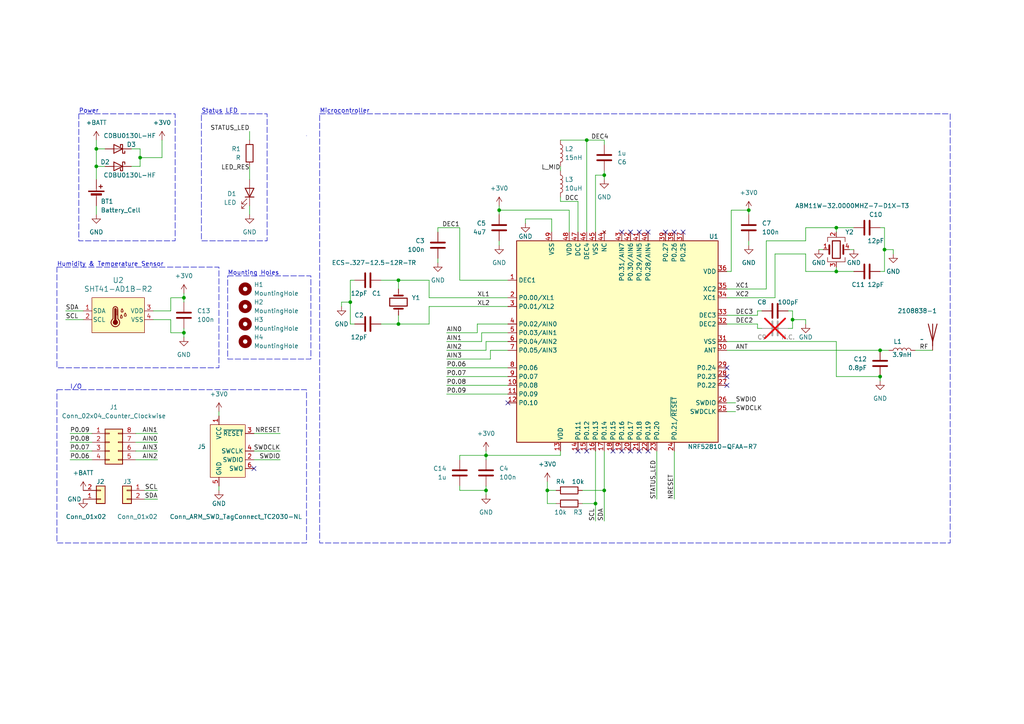
<source format=kicad_sch>
(kicad_sch (version 20230121) (generator eeschema)
  (paper "A4")
  (lib_symbols
    (symbol "Connector:Conn_ARM_SWD_TagConnect_TC2030-NL" (in_bom no)
      (property "Reference" "J" (at 2.54 11.43 0))
      (property "Value" "Conn_ARM_SWD_TagConnect_TC2030-NL" (at 2.54 8.89 0))
      (symbol "Conn_ARM_SWD_TagConnect_TC2030-NL_0_0"
        (pin power_in line (at -2.54 10.16 270) (length 2.54) (name "VCC") (number "1"))
        (pin bidirectional line (at 7.62 -2.54 180) (length 2.54) (name "SWDIO") (number "2"))
        (pin open_collector line (at 7.62 5.08 180) (length 2.54) (name "~{RESET}") (number "3"))
        (pin output line (at 7.62 0 180) (length 2.54) (name "SWCLK") (number "4"))
        (pin power_in line (at -2.54 -10.16 90) (length 2.54) (name "GND") (number "5"))
        (pin input line (at 7.62 -5.08 180) (length 2.54) (name "SWO") (number "6"))
      )
      (symbol "Conn_ARM_SWD_TagConnect_TC2030-NL_0_1"
        (rectangle (start -5.08 7.62) (end 5.08 -7.62) (fill (type background)))
      )
    )
    (symbol "Connector_Generic:Conn_01x02" (pin_names (offset 1.016) hide)
      (property "Reference" "J" (at 0 2.54 0))
      (property "Value" "Conn_01x02" (at 0 -5.08 0))
      (symbol "Conn_01x02_1_1"
        (rectangle (start -1.27 -2.413) (end 0 -2.667) (stroke (width 0.1524)))
        (rectangle (start -1.27 0.127) (end 0 -0.127) (stroke (width 0.1524)))
        (rectangle (start -1.27 1.27) (end 1.27 -3.81) (stroke (width 0.254)) (fill (type background)))
        (pin passive line (at -5.08 0 0) (length 3.81) (name "Pin_1") (number "1"))
        (pin passive line (at -5.08 -2.54 0) (length 3.81) (name "Pin_2") (number "2"))
      )
    )
    (symbol "Connector_Generic:Conn_02x04_Counter_Clockwise" (pin_names (offset 1.016) hide)
      (property "Reference" "J" (at 1.27 5.08 0))
      (property "Value" "Conn_02x04_Counter_Clockwise" (at 1.27 -7.62 0))
      (symbol "Conn_02x04_Counter_Clockwise_1_1"
        (rectangle (start -1.27 -4.953) (end 0 -5.207) (stroke (width 0.1524)))
        (rectangle (start -1.27 -2.413) (end 0 -2.667) (stroke (width 0.1524)))
        (rectangle (start -1.27 0.127) (end 0 -0.127) (stroke (width 0.1524)))
        (rectangle (start -1.27 2.667) (end 0 2.413) (stroke (width 0.1524)))
        (rectangle (start -1.27 3.81) (end 3.81 -6.35) (stroke (width 0.254)) (fill (type background)))
        (rectangle (start 3.81 -4.953) (end 2.54 -5.207) (stroke (width 0.1524)))
        (rectangle (start 3.81 -2.413) (end 2.54 -2.667) (stroke (width 0.1524)))
        (rectangle (start 3.81 0.127) (end 2.54 -0.127) (stroke (width 0.1524)))
        (rectangle (start 3.81 2.667) (end 2.54 2.413) (stroke (width 0.1524)))
        (pin passive line (at -5.08 2.54 0) (length 3.81) (name "Pin_1") (number "1"))
        (pin passive line (at -5.08 0 0) (length 3.81) (name "Pin_2") (number "2"))
        (pin passive line (at -5.08 -2.54 0) (length 3.81) (name "Pin_3") (number "3"))
        (pin passive line (at -5.08 -5.08 0) (length 3.81) (name "Pin_4") (number "4"))
        (pin passive line (at 7.62 -5.08 180) (length 3.81) (name "Pin_5") (number "5"))
        (pin passive line (at 7.62 -2.54 180) (length 3.81) (name "Pin_6") (number "6"))
        (pin passive line (at 7.62 0 180) (length 3.81) (name "Pin_7") (number "7"))
        (pin passive line (at 7.62 2.54 180) (length 3.81) (name "Pin_8") (number "8"))
      )
    )
    (symbol "Device:Antenna" (pin_numbers hide) (pin_names (offset 1.016) hide)
      (property "Reference" "AE" (at -1.905 1.905 0))
      (property "Value" "Antenna" (at -1.905 0 0))
      (symbol "Antenna_0_1"
        (polyline (pts (xy 0 2.54) (xy 0 -3.81)) (stroke (width 0.254)))
        (polyline (pts (xy 1.27 2.54) (xy 0 -2.54) (xy -1.27 2.54)) (stroke (width 0.254)))
      )
      (symbol "Antenna_1_1"
        (pin input line (at 0 -5.08 90) (length 2.54) (name "A") (number "1"))
      )
    )
    (symbol "Device:Battery_Cell" (pin_numbers hide) (pin_names (offset 0) hide)
      (property "Reference" "BT" (at 2.54 2.54 0))
      (property "Value" "Battery_Cell" (at 2.54 0 0))
      (symbol "Battery_Cell_0_1"
        (rectangle (start -2.286 1.778) (end 2.286 1.524) (fill (type outline)))
        (rectangle (start -1.524 1.016) (end 1.524 0.508) (fill (type outline)))
        (polyline (pts (xy 0 0.762) (xy 0 0)))
        (polyline (pts (xy 0 1.778) (xy 0 2.54)))
        (polyline (pts (xy 0.762 3.048) (xy 1.778 3.048)) (stroke (width 0.254)))
        (polyline (pts (xy 1.27 3.556) (xy 1.27 2.54)) (stroke (width 0.254)))
      )
      (symbol "Battery_Cell_1_1"
        (pin passive line (at 0 5.08 270) (length 2.54) (name "+") (number "1"))
        (pin passive line (at 0 -2.54 90) (length 2.54) (name "-") (number "2"))
      )
    )
    (symbol "Device:C" (pin_numbers hide) (pin_names (offset 0.254))
      (property "Reference" "C" (at 0.635 2.54 0))
      (property "Value" "C" (at 0.635 -2.54 0))
      (symbol "C_0_1"
        (polyline (pts (xy -2.032 -0.762) (xy 2.032 -0.762)) (stroke (width 0.508)))
        (polyline (pts (xy -2.032 0.762) (xy 2.032 0.762)) (stroke (width 0.508)))
      )
      (symbol "C_1_1"
        (pin passive line (at 0 3.81 270) (length 2.794) (name "~") (number "1"))
        (pin passive line (at 0 -3.81 90) (length 2.794) (name "~") (number "2"))
      )
    )
    (symbol "Device:Crystal" (pin_numbers hide) (pin_names (offset 1.016) hide)
      (property "Reference" "Y" (at 0 3.81 0))
      (property "Value" "Crystal" (at 0 -3.81 0))
      (symbol "Crystal_0_1"
        (rectangle (start -1.143 2.54) (end 1.143 -2.54) (stroke (width 0.3048)))
        (polyline (pts (xy -2.54 0) (xy -1.905 0)))
        (polyline (pts (xy -1.905 -1.27) (xy -1.905 1.27)) (stroke (width 0.508)))
        (polyline (pts (xy 1.905 -1.27) (xy 1.905 1.27)) (stroke (width 0.508)))
        (polyline (pts (xy 2.54 0) (xy 1.905 0)))
      )
      (symbol "Crystal_1_1"
        (pin passive line (at -3.81 0 0) (length 1.27) (name "1") (number "1"))
        (pin passive line (at 3.81 0 180) (length 1.27) (name "2") (number "2"))
      )
    )
    (symbol "Device:Crystal_GND23" (pin_names (offset 1.016) hide)
      (property "Reference" "Y" (at 3.175 5.08 0))
      (property "Value" "Crystal_GND23" (at 3.175 3.175 0))
      (symbol "Crystal_GND23_0_1"
        (rectangle (start -1.143 2.54) (end 1.143 -2.54) (stroke (width 0.3048)))
        (polyline (pts (xy -2.54 0) (xy -2.032 0)))
        (polyline (pts (xy -2.032 -1.27) (xy -2.032 1.27)) (stroke (width 0.508)))
        (polyline (pts (xy 0 -3.81) (xy 0 -3.556)))
        (polyline (pts (xy 0 3.556) (xy 0 3.81)))
        (polyline (pts (xy 2.032 -1.27) (xy 2.032 1.27)) (stroke (width 0.508)))
        (polyline (pts (xy 2.032 0) (xy 2.54 0)))
        (polyline (pts (xy -2.54 -2.286) (xy -2.54 -3.556) (xy 2.54 -3.556) (xy 2.54 -2.286)))
        (polyline (pts (xy -2.54 2.286) (xy -2.54 3.556) (xy 2.54 3.556) (xy 2.54 2.286)))
      )
      (symbol "Crystal_GND23_1_1"
        (pin passive line (at -3.81 0 0) (length 1.27) (name "1") (number "1"))
        (pin passive line (at 0 5.08 270) (length 1.27) (name "2") (number "2"))
        (pin passive line (at 0 -5.08 90) (length 1.27) (name "3") (number "3"))
        (pin passive line (at 3.81 0 180) (length 1.27) (name "4") (number "4"))
      )
    )
    (symbol "Device:D_Schottky" (pin_numbers hide) (pin_names (offset 1.016) hide)
      (property "Reference" "D" (at 0 2.54 0))
      (property "Value" "D_Schottky" (at 0 -2.54 0))
      (symbol "D_Schottky_0_1"
        (polyline (pts (xy 1.27 0) (xy -1.27 0)))
        (polyline (pts (xy 1.27 1.27) (xy 1.27 -1.27) (xy -1.27 0) (xy 1.27 1.27)) (stroke (width 0.254)))
        (polyline (pts (xy -1.905 0.635) (xy -1.905 1.27) (xy -1.27 1.27) (xy -1.27 -1.27) (xy -0.635 -1.27) (xy -0.635 -0.635)) (stroke (width 0.254)))
      )
      (symbol "D_Schottky_1_1"
        (pin passive line (at -3.81 0 0) (length 2.54) (name "K") (number "1"))
        (pin passive line (at 3.81 0 180) (length 2.54) (name "A") (number "2"))
      )
    )
    (symbol "Device:L" (pin_numbers hide) (pin_names (offset 1.016) hide)
      (property "Reference" "L" (at -1.27 0 90))
      (property "Value" "L" (at 1.905 0 90))
      (symbol "L_0_1"
        (arc (start 0 -2.54) (mid 0.6323 -1.905) (end 0 -1.27))
        (arc (start 0 -1.27) (mid 0.6323 -0.635) (end 0 0))
        (arc (start 0 0) (mid 0.6323 0.635) (end 0 1.27))
        (arc (start 0 1.27) (mid 0.6323 1.905) (end 0 2.54))
      )
      (symbol "L_1_1"
        (pin passive line (at 0 3.81 270) (length 1.27) (name "1") (number "1"))
        (pin passive line (at 0 -3.81 90) (length 1.27) (name "2") (number "2"))
      )
    )
    (symbol "Device:LED" (pin_numbers hide) (pin_names (offset 1.016) hide)
      (property "Reference" "D" (at 0 2.54 0))
      (property "Value" "LED" (at 0 -2.54 0))
      (symbol "LED_0_1"
        (polyline (pts (xy -1.27 -1.27) (xy -1.27 1.27)) (stroke (width 0.254)))
        (polyline (pts (xy -1.27 0) (xy 1.27 0)))
        (polyline (pts (xy 1.27 -1.27) (xy 1.27 1.27) (xy -1.27 0) (xy 1.27 -1.27)) (stroke (width 0.254)))
        (polyline (pts (xy -3.048 -0.762) (xy -4.572 -2.286) (xy -3.81 -2.286) (xy -4.572 -2.286) (xy -4.572 -1.524)))
        (polyline (pts (xy -1.778 -0.762) (xy -3.302 -2.286) (xy -2.54 -2.286) (xy -3.302 -2.286) (xy -3.302 -1.524)))
      )
      (symbol "LED_1_1"
        (pin passive line (at -3.81 0 0) (length 2.54) (name "K") (number "1"))
        (pin passive line (at 3.81 0 180) (length 2.54) (name "A") (number "2"))
      )
    )
    (symbol "Device:R" (pin_numbers hide) (pin_names (offset 0))
      (property "Reference" "R" (at 2.032 0 90))
      (property "Value" "R" (at 0 0 90))
      (symbol "R_0_1"
        (rectangle (start -1.016 -2.54) (end 1.016 2.54) (stroke (width 0.254)))
      )
      (symbol "R_1_1"
        (pin passive line (at 0 3.81 270) (length 1.27) (name "~") (number "1"))
        (pin passive line (at 0 -3.81 90) (length 1.27) (name "~") (number "2"))
      )
    )
    (symbol "Mechanical:MountingHole" (pin_names (offset 1.016))
      (property "Reference" "H" (at 0 5.08 0))
      (property "Value" "MountingHole" (at 0 3.175 0))
      (symbol "MountingHole_0_1"
        (circle (center 0 0) (radius 1.27) (stroke (width 1.27)))
      )
    )
    (symbol "encyclopedia_galactica:NRF52810-QFAA-R7"
      (property "Reference" "U" (at 0 54.61 0))
      (property "Value" "NRF52810-QFAA-R7" (at 0 52.07 0))
      (symbol "NRF52810-QFAA-R7_0_1"
        (rectangle (start -29.21 29.21) (end 29.21 -29.21) (stroke (width 0.254)) (fill (type background)))
      )
      (symbol "NRF52810-QFAA-R7_1_1"
        (pin passive line (at -31.75 17.78 0) (length 2.54) (name "DEC1") (number "1"))
        (pin bidirectional line (at -31.75 -12.7 0) (length 2.54) (name "P0.08") (number "10"))
        (pin bidirectional line (at -31.75 -15.24 0) (length 2.54) (name "P0.09") (number "11"))
        (pin bidirectional line (at -31.75 -17.78 0) (length 2.54) (name "P0.10") (number "12"))
        (pin power_in line (at -16.51 -31.75 90) (length 2.54) (name "VDD") (number "13"))
        (pin bidirectional line (at -11.43 -31.75 90) (length 2.54) (name "P0.11") (number "14"))
        (pin bidirectional line (at -8.89 -31.75 90) (length 2.54) (name "P0.12") (number "15"))
        (pin bidirectional line (at -6.35 -31.75 90) (length 2.54) (name "P0.13") (number "16"))
        (pin bidirectional line (at -3.81 -31.75 90) (length 2.54) (name "P0.14") (number "17"))
        (pin bidirectional line (at -1.27 -31.75 90) (length 2.54) (name "P0.15") (number "18"))
        (pin bidirectional line (at 1.27 -31.75 90) (length 2.54) (name "P0.16") (number "19"))
        (pin bidirectional line (at -31.75 12.7 0) (length 2.54) (name "P0.00/XL1") (number "2"))
        (pin bidirectional line (at 3.81 -31.75 90) (length 2.54) (name "P0.17") (number "20"))
        (pin bidirectional line (at 6.35 -31.75 90) (length 2.54) (name "P0.18") (number "21"))
        (pin bidirectional line (at 8.89 -31.75 90) (length 2.54) (name "P0.19") (number "22"))
        (pin bidirectional line (at 11.43 -31.75 90) (length 2.54) (name "P0.20") (number "23"))
        (pin bidirectional line (at 16.51 -31.75 90) (length 2.54) (name "P0.21/~{RESET}") (number "24"))
        (pin input line (at 31.75 -20.32 180) (length 2.54) (name "SWDCLK") (number "25"))
        (pin bidirectional line (at 31.75 -17.78 180) (length 2.54) (name "SWDIO") (number "26"))
        (pin bidirectional line (at 31.75 -12.7 180) (length 2.54) (name "P0.22") (number "27"))
        (pin bidirectional line (at 31.75 -10.16 180) (length 2.54) (name "P0.23") (number "28"))
        (pin bidirectional line (at 31.75 -7.62 180) (length 2.54) (name "P0.24") (number "29"))
        (pin bidirectional line (at -31.75 10.16 0) (length 2.54) (name "P0.01/XL2") (number "3"))
        (pin passive line (at 31.75 -2.54 180) (length 2.54) (name "ANT") (number "30"))
        (pin power_in line (at 31.75 0 180) (length 2.54) (name "VSS") (number "31"))
        (pin passive line (at 31.75 5.08 180) (length 2.54) (name "DEC2") (number "32"))
        (pin passive line (at 31.75 7.62 180) (length 2.54) (name "DEC3") (number "33"))
        (pin input line (at 31.75 12.7 180) (length 2.54) (name "XC1") (number "34"))
        (pin input line (at 31.75 15.24 180) (length 2.54) (name "XC2") (number "35"))
        (pin passive line (at 31.75 20.32 180) (length 2.54) (name "VDD") (number "36"))
        (pin bidirectional line (at 19.05 31.75 270) (length 2.54) (name "P0.25") (number "37"))
        (pin bidirectional line (at 16.51 31.75 270) (length 2.54) (name "P0.26") (number "38"))
        (pin bidirectional line (at 13.97 31.75 270) (length 2.54) (name "P0.27") (number "39"))
        (pin bidirectional line (at -31.75 5.08 0) (length 2.54) (name "P0.02/AIN0") (number "4"))
        (pin bidirectional line (at 8.89 31.75 270) (length 2.54) (name "P0.28/AIN4") (number "40"))
        (pin bidirectional line (at 6.35 31.75 270) (length 2.54) (name "P0.29/AIN5") (number "41"))
        (pin bidirectional line (at 3.81 31.75 270) (length 2.54) (name "P0.30/AIN6") (number "42"))
        (pin bidirectional line (at 1.27 31.75 270) (length 2.54) (name "P0.31/AIN7") (number "43"))
        (pin no_connect line (at -3.81 31.75 270) (length 2.54) (name "NC") (number "44"))
        (pin passive line (at -6.35 31.75 270) (length 2.54) (name "VSS") (number "45"))
        (pin passive line (at -8.89 31.75 270) (length 2.54) (name "DEC4") (number "46"))
        (pin power_out line (at -11.43 31.75 270) (length 2.54) (name "DCC") (number "47"))
        (pin passive line (at -13.97 31.75 270) (length 2.54) (name "VDD") (number "48"))
        (pin passive line (at -19.05 31.75 270) (length 2.54) (name "VSS") (number "49"))
        (pin bidirectional line (at -31.75 2.54 0) (length 2.54) (name "P0.03/AIN1") (number "5"))
        (pin bidirectional line (at -31.75 0 0) (length 2.54) (name "P0.04/AIN2") (number "6"))
        (pin bidirectional line (at -31.75 -2.54 0) (length 2.54) (name "P0.05/AIN3") (number "7"))
        (pin bidirectional line (at -31.75 -7.62 0) (length 2.54) (name "P0.06") (number "8"))
        (pin bidirectional line (at -31.75 -10.16 0) (length 2.54) (name "P0.07") (number "9"))
      )
    )
    (symbol "encyclopedia_galactica:SHT41-AD1B-R2" (pin_names (offset 0.254))
      (property "Reference" "U" (at 0 13.97 0))
      (property "Value" "SHT41-AD1B-R2" (at 0 11.43 0))
      (symbol "SHT41-AD1B-R2_0_0"
        (polyline (pts (xy -0.7782 -2.7679) (xy -0.7538 -2.7614) (xy -0.6273 -2.7452) (xy -0.5713 -2.733) (xy -0.4386 -2.65) (xy -0.3005 -2.5149) (xy -0.1862 -2.3589) (xy -0.1253 -2.2133) (xy -0.1122 -1.9777) (xy -0.1841 -1.7536) (xy -0.3553 -1.5359) (xy -0.5465 -1.3446) (xy -0.5465 0.2882) (xy -0.5465 1.9209) (xy -0.6855 2.012) (xy -0.7691 2.0613) (xy -0.8546 2.0708) (xy -0.9634 2.012) (xy -1.1023 1.9209) (xy -1.1023 0.2767) (xy -1.1023 -1.3675) (xy -1.2424 -1.4777) (xy -1.2888 -1.5171) (xy -1.4497 -1.7284) (xy -1.5229 -1.9679) (xy -1.5126 -2.2124) (xy -1.4228 -2.4384) (xy -1.2576 -2.6226) (xy -1.0211 -2.7416) (xy -0.8813 -2.7694) (xy -0.7782 -2.7679)) (stroke (width 0.01)) (fill (type outline)))
        (polyline (pts (xy 2.1727 -0.3391) (xy 2.3119 -0.2679) (xy 2.3683 -0.175) (xy 2.3992 -0.0278) (xy 2.3871 0.0546) (xy 2.337 0.2108) (xy 2.2619 0.3868) (xy 2.177 0.5511) (xy 2.0973 0.6727) (xy 2.0379 0.7202) (xy 1.9994 0.6955) (xy 1.9245 0.5928) (xy 1.8393 0.4391) (xy 1.7593 0.2658) (xy 1.6999 0.1045) (xy 1.6767 -0.0135) (xy 1.6805 -0.0349) (xy 1.7878 -0.0349) (xy 1.7977 0.0177) (xy 1.8421 0.1542) (xy 1.9103 0.3256) (xy 2.0328 0.6103) (xy 2.1597 0.3359) (xy 2.2226 0.1922) (xy 2.2764 0.0231) (xy 2.275 -0.0919) (xy 2.2213 -0.1774) (xy 2.1655 -0.214) (xy 2.0379 -0.2441) (xy 1.9584 -0.2324) (xy 1.8367 -0.1559) (xy 1.7878 -0.0349) (xy 1.6805 -0.0349) (xy 1.6952 -0.1171) (xy 1.7686 -0.2536) (xy 1.8305 -0.3015) (xy 1.9945 -0.3498) (xy 2.1727 -0.3391)) (stroke (width 0.01)) (fill (type outline)))
        (polyline (pts (xy 1.2779 0.8852) (xy 1.3876 0.9342) (xy 1.439 1.0346) (xy 1.4494 1.2197) (xy 1.4056 1.4476) (xy 1.3104 1.6903) (xy 1.2438 1.815) (xy 1.1682 1.9333) (xy 1.1209 1.9791) (xy 1.087 1.9506) (xy 1.016 1.8457) (xy 0.9313 1.6903) (xy 0.8493 1.4902) (xy 0.7962 1.2577) (xy 0.7964 1.2083) (xy 0.8985 1.2083) (xy 0.907 1.2863) (xy 0.947 1.4367) (xy 1.0063 1.5899) (xy 1.0699 1.7089) (xy 1.1227 1.7568) (xy 1.1687 1.7194) (xy 1.2295 1.6057) (xy 1.286 1.4514) (xy 1.3252 1.2933) (xy 1.3338 1.1679) (xy 1.3235 1.1054) (xy 1.2709 1.0212) (xy 1.1467 0.9899) (xy 1.1356 0.9889) (xy 0.987 0.994) (xy 0.9164 1.0597) (xy 0.8985 1.2083) (xy 0.7964 1.2083) (xy 0.7968 1.063) (xy 0.8541 0.9342) (xy 0.9555 0.8871) (xy 1.116 0.8695) (xy 1.2779 0.8852)) (stroke (width 0.01)) (fill (type outline)))
        (polyline (pts (xy 1.1245 -0.8535) (xy 1.1312 -0.8498) (xy 1.2085 -0.7577) (xy 1.2315 -0.5895) (xy 1.2238 -0.507) (xy 1.1823 -0.3342) (xy 1.116 -0.1464) (xy 1.038 0.0259) (xy 0.9612 0.1517) (xy 0.8985 0.2005) (xy 0.864 0.1827) (xy 0.7914 0.0847) (xy 0.7123 -0.0722) (xy 0.6397 -0.2572) (xy 0.5864 -0.4397) (xy 0.5682 -0.5702) (xy 0.6762 -0.5702) (xy 0.6847 -0.4923) (xy 0.7246 -0.3419) (xy 0.784 -0.1887) (xy 0.8476 -0.0697) (xy 0.9004 -0.0218) (xy 0.9464 -0.0591) (xy 1.0072 -0.1728) (xy 1.0637 -0.3271) (xy 1.1029 -0.4853) (xy 1.1115 -0.6106) (xy 1.1012 -0.6731) (xy 1.0485 -0.7574) (xy 0.9243 -0.7887) (xy 0.9133 -0.7897) (xy 0.7647 -0.7846) (xy 0.6941 -0.7188) (xy 0.6762 -0.5702) (xy 0.5682 -0.5702) (xy 0.5656 -0.5887) (xy 0.5845 -0.7427) (xy 0.6623 -0.851) (xy 0.7257 -0.88) (xy 0.9286 -0.906) (xy 1.1245 -0.8535)) (stroke (width 0.01)) (fill (type outline)))
        (polyline (pts (xy -0.5545 -3.3797) (xy -0.2175 -3.2426) (xy 0.0945 -2.9972) (xy 0.1243 -2.9669) (xy 0.3463 -2.6832) (xy 0.4707 -2.3844) (xy 0.5089 -2.044) (xy 0.476 -1.8294) (xy 0.3828 -1.5698) (xy 0.2505 -1.3237) (xy 0.1 -1.1376) (xy -0.0463 -1.0029) (xy -0.0464 0.4742) (xy -0.0467 0.7893) (xy -0.0488 1.1761) (xy -0.0534 1.4752) (xy -0.0614 1.7005) (xy -0.0736 1.8661) (xy -0.0909 1.986) (xy -0.1139 2.0742) (xy -0.1437 2.1447) (xy -0.2598 2.3183) (xy -0.4689 2.4887) (xy -0.7142 2.5745) (xy -0.9722 2.5687) (xy -1.2192 2.4643) (xy -1.2384 2.4513) (xy -1.3421 2.3751) (xy -1.424 2.294) (xy -1.4867 2.1948) (xy -1.5327 2.0641) (xy -1.5646 1.8887) (xy -1.585 1.6553) (xy -1.5964 1.3506) (xy -1.6014 0.9613) (xy -1.6025 0.4742) (xy -1.6026 -1.0029) (xy -1.7489 -1.1376) (xy -1.8907 -1.3105) (xy -2.0247 -1.5544) (xy -2.1208 -1.8145) (xy -2.1578 -2.044) (xy -2.1575 -2.0827) (xy -2.138 -2.2218) (xy -1.9808 -2.2218) (xy -1.9707 -1.897) (xy -1.8626 -1.5804) (xy -1.6554 -1.2905) (xy -1.4358 -1.0597) (xy -1.4358 0.4346) (xy -1.4358 0.4797) (xy -1.4346 0.9365) (xy -1.4309 1.2963) (xy -1.424 1.572) (xy -1.4133 1.7764) (xy -1.398 1.9226) (xy -1.3777 2.0235) (xy -1.3515 2.0921) (xy -1.3513 2.0925) (xy -1.216 2.2564) (xy -1.0244 2.3768) (xy -0.8244 2.4237) (xy -0.7891 2.4224) (xy -0.5709 2.3561) (xy -0.3871 2.2073) (xy -0.2603 2.0002) (xy -0.2131 1.7595) (xy -0.2144 1.7118) (xy -0.2434 1.6157) (xy -0.3242 1.59) (xy -0.389 1.5745) (xy -0.4354 1.5066) (xy -0.4147 1.458) (xy -0.3242 1.4233) (xy -0.2391 1.3933) (xy -0.2131 1.2843) (xy -0.237 1.1779) (xy -0.3242 1.1454) (xy -0.389 1.1299) (xy -0.4354 1.062) (xy -0.4147 1.0134) (xy -0.3242 0.9786) (xy -0.2391 0.9486) (xy -0.2131 0.8397) (xy -0.237 0.7333) (xy -0.3242 0.7007) (xy -0.389 0.6853) (xy -0.4354 0.6174) (xy -0.4147 0.5687) (xy -0.3242 0.534) (xy -0.2391 0.504) (xy -0.2131 0.395) (xy -0.237 0.2887) (xy -0.3242 0.2561) (xy -0.389 0.2406) (xy -0.4354 0.1727) (xy -0.4147 0.1241) (xy -0.3242 0.0894) (xy -0.3128 0.0892) (xy -0.2667 0.0778) (xy -0.2375 0.0345) (xy -0.2213 -0.0606) (xy -0.2145 -0.2272) (xy -0.2131 -0.4852) (xy -0.2131 -1.0597) (xy 0.0065 -1.2905) (xy 0.1132 -1.418) (xy 0.2758 -1.7239) (xy 0.3386 -2.0486) (xy 0.3025 -2.3736) (xy 0.168 -2.6806) (xy -0.0639 -2.9511) (xy -0.1168 -2.9941) (xy -0.3007 -3.1115) (xy -0.4755 -3.1865) (xy -0.586 -3.2131) (xy -0.9384 -3.2355) (xy -1.2628 -3.1514) (xy -1.568 -2.9592) (xy -1.7106 -2.8208) (xy -1.8938 -2.5359) (xy -1.9808 -2.2218) (xy -2.138 -2.2218) (xy -2.1106 -2.4174) (xy -1.9764 -2.7137) (xy -1.7434 -2.9978) (xy -1.5826 -3.142) (xy -1.4085 -3.2682) (xy -1.2691 -3.3395) (xy -0.9161 -3.4084) (xy -0.5545 -3.3797)) (stroke (width 0.01)) (fill (type outline)))
      )
      (symbol "SHT41-AD1B-R2_1_1"
        (rectangle (start -7.62 5.08) (end 7.62 -5.08) (fill (type background)))
        (pin bidirectional line (at -10.16 1.27 0) (length 2.54) (name "SDA") (number "1"))
        (pin input line (at -10.16 -1.27 0) (length 2.54) (name "SCL") (number "2"))
        (pin power_in line (at 10.16 1.27 180) (length 2.54) (name "VDD") (number "3"))
        (pin power_out line (at 10.16 -1.27 180) (length 2.54) (name "VSS") (number "4"))
      )
    )
    (symbol "power:+3V0" (power) (pin_names (offset 0))
      (property "Value" "+3V0" (at 0 3.556 0))
      (symbol "+3V0_0_1"
        (polyline (pts (xy -0.762 1.27) (xy 0 2.54)))
        (polyline (pts (xy 0 0) (xy 0 2.54)))
        (polyline (pts (xy 0 2.54) (xy 0.762 1.27)))
      )
      (symbol "+3V0_1_1"
        (pin power_in line (at 0 0 90) (length 0) hide (name "+3V0") (number "1"))
      )
    )
    (symbol "power:+BATT" (power) (pin_names (offset 0))
      (property "Value" "+BATT" (at 0 3.556 0))
      (symbol "+BATT_0_1"
        (polyline (pts (xy -0.762 1.27) (xy 0 2.54)))
        (polyline (pts (xy 0 0) (xy 0 2.54)))
        (polyline (pts (xy 0 2.54) (xy 0.762 1.27)))
      )
      (symbol "+BATT_1_1"
        (pin power_in line (at 0 0 90) (length 0) hide (name "+BATT") (number "1"))
      )
    )
    (symbol "power:GND" (power) (pin_names (offset 0))
      (property "Value" "GND" (at 0 -3.81 0))
      (symbol "GND_0_1"
        (polyline (pts (xy 0 0) (xy 0 -1.27) (xy 1.27 -1.27) (xy 0 -2.54) (xy -1.27 -1.27) (xy 0 -1.27)))
      )
      (symbol "GND_1_1"
        (pin power_in line (at 0 0 270) (length 0) hide (name "GND") (number "1"))
      )
    )
  )
  (junction (at 140.97 142.24))
  (junction (at 242.57 66.04))
  (junction (at 27.94 48.26))
  (junction (at 217.17 60.96))
  (junction (at 255.27 109.22))
  (junction (at 140.97 132.08))
  (junction (at 175.26 50.8))
  (junction (at 158.75 142.24))
  (junction (at 255.27 101.6))
  (junction (at 144.78 60.96))
  (junction (at 115.57 93.98))
  (junction (at 53.34 96.52))
  (junction (at 27.94 43.18))
  (junction (at 170.18 40.64))
  (junction (at 175.26 142.24))
  (junction (at 172.72 146.05))
  (junction (at 40.64 45.72))
  (junction (at 242.57 78.74))
  (junction (at 101.6 87.63))
  (junction (at 229.87 92.71))
  (junction (at 115.57 81.28))
  (junction (at 53.34 86.36))
  (junction (at 256.54 72.39))
  (no_connect (at 182.88 130.81))
  (no_connect (at 73.66 135.89))
  (no_connect (at 210.82 111.76))
  (no_connect (at 210.82 109.22))
  (no_connect (at 167.64 130.81))
  (no_connect (at 180.34 130.81))
  (no_connect (at 170.18 130.81))
  (no_connect (at 177.8 130.81))
  (no_connect (at 187.96 67.31))
  (no_connect (at 147.32 116.84))
  (no_connect (at 185.42 130.81))
  (no_connect (at 185.42 67.31))
  (no_connect (at 180.34 67.31))
  (no_connect (at 187.96 130.81))
  (no_connect (at 195.58 67.31))
  (no_connect (at 193.04 67.31))
  (no_connect (at 182.88 67.31))
  (no_connect (at 210.82 106.68))
  (no_connect (at 198.12 67.31))
  (wire (pts (xy 129.54 99.06) (xy 139.7 99.06)))
  (wire (pts (xy 127 74.93) (xy 127 76.2)))
  (wire (pts (xy 101.6 93.98) (xy 101.6 87.63)))
  (wire (pts (xy 175.26 49.53) (xy 175.26 50.8)))
  (wire (pts (xy 242.57 78.74) (xy 242.57 77.47)))
  (wire (pts (xy 212.09 78.74) (xy 210.82 78.74)))
  (wire (pts (xy 19.05 92.71) (xy 24.13 92.71)))
  (wire (pts (xy 147.32 96.52) (xy 139.7 96.52)))
  (wire (pts (xy 222.25 69.85) (xy 222.25 83.82)))
  (wire (pts (xy 129.54 114.3) (xy 147.32 114.3)))
  (wire (pts (xy 233.68 92.71) (xy 229.87 92.71)))
  (wire (pts (xy 161.29 142.24) (xy 158.75 142.24)))
  (wire (pts (xy 224.79 73.66) (xy 233.68 73.66)))
  (wire (pts (xy 38.1 43.18) (xy 40.64 43.18)))
  (wire (pts (xy 172.72 146.05) (xy 172.72 151.13)))
  (wire (pts (xy 160.02 63.5) (xy 152.4 63.5)))
  (wire (pts (xy 53.34 85.09) (xy 53.34 86.36)))
  (wire (pts (xy 115.57 81.28) (xy 115.57 83.82)))
  (wire (pts (xy 190.5 130.81) (xy 190.5 144.78)))
  (wire (pts (xy 124.46 81.28) (xy 124.46 86.36)))
  (wire (pts (xy 265.43 101.6) (xy 270.51 101.6)))
  (wire (pts (xy 27.94 48.26) (xy 30.48 48.26)))
  (wire (pts (xy 27.94 59.69) (xy 27.94 62.23)))
  (wire (pts (xy 144.78 71.12) (xy 144.78 69.85)))
  (wire (pts (xy 140.97 99.06) (xy 140.97 101.6)))
  (wire (pts (xy 39.37 130.81) (xy 45.72 130.81)))
  (wire (pts (xy 49.53 86.36) (xy 53.34 86.36)))
  (wire (pts (xy 256.54 78.74) (xy 256.54 72.39)))
  (wire (pts (xy 162.56 58.42) (xy 167.64 58.42)))
  (wire (pts (xy 220.98 95.25) (xy 219.71 95.25)))
  (wire (pts (xy 72.39 38.1) (xy 72.39 40.64)))
  (wire (pts (xy 102.87 93.98) (xy 101.6 93.98)))
  (wire (pts (xy 140.97 140.97) (xy 140.97 142.24)))
  (wire (pts (xy 129.54 101.6) (xy 140.97 101.6)))
  (wire (pts (xy 129.54 106.68) (xy 147.32 106.68)))
  (wire (pts (xy 140.97 132.08) (xy 140.97 133.35)))
  (wire (pts (xy 129.54 109.22) (xy 147.32 109.22)))
  (wire (pts (xy 127 67.31) (xy 127 66.04)))
  (wire (pts (xy 27.94 40.64) (xy 27.94 43.18)))
  (wire (pts (xy 133.35 81.28) (xy 133.35 66.04)))
  (wire (pts (xy 133.35 66.04) (xy 127 66.04)))
  (wire (pts (xy 147.32 93.98) (xy 138.43 93.98)))
  (wire (pts (xy 233.68 93.98) (xy 233.68 92.71)))
  (wire (pts (xy 255.27 101.6) (xy 257.81 101.6)))
  (wire (pts (xy 229.87 92.71) (xy 229.87 95.25)))
  (wire (pts (xy 49.53 90.17) (xy 49.53 86.36)))
  (wire (pts (xy 39.37 133.35) (xy 45.72 133.35)))
  (wire (pts (xy 40.64 43.18) (xy 40.64 45.72)))
  (wire (pts (xy 133.35 132.08) (xy 140.97 132.08)))
  (wire (pts (xy 53.34 86.36) (xy 53.34 87.63)))
  (wire (pts (xy 242.57 66.04) (xy 233.68 66.04)))
  (wire (pts (xy 238.76 72.39) (xy 237.49 72.39)))
  (wire (pts (xy 170.18 40.64) (xy 170.18 67.31)))
  (wire (pts (xy 129.54 111.76) (xy 147.32 111.76)))
  (wire (pts (xy 220.98 90.17) (xy 219.71 90.17)))
  (wire (pts (xy 172.72 130.81) (xy 172.72 146.05)))
  (wire (pts (xy 140.97 130.81) (xy 140.97 132.08)))
  (wire (pts (xy 165.1 60.96) (xy 144.78 60.96)))
  (wire (pts (xy 228.6 90.17) (xy 229.87 90.17)))
  (wire (pts (xy 20.32 128.27) (xy 26.67 128.27)))
  (wire (pts (xy 210.82 99.06) (xy 242.57 99.06)))
  (wire (pts (xy 99.06 88.9) (xy 99.06 87.63)))
  (wire (pts (xy 133.35 140.97) (xy 133.35 142.24)))
  (wire (pts (xy 210.82 101.6) (xy 255.27 101.6)))
  (wire (pts (xy 110.49 81.28) (xy 115.57 81.28)))
  (wire (pts (xy 142.24 101.6) (xy 142.24 104.14)))
  (wire (pts (xy 139.7 96.52) (xy 139.7 99.06)))
  (wire (pts (xy 20.32 130.81) (xy 26.67 130.81)))
  (wire (pts (xy 165.1 67.31) (xy 165.1 60.96)))
  (wire (pts (xy 224.79 73.66) (xy 224.79 86.36)))
  (wire (pts (xy 161.29 146.05) (xy 158.75 146.05)))
  (wire (pts (xy 158.75 142.24) (xy 158.75 139.7)))
  (wire (pts (xy 140.97 132.08) (xy 162.56 132.08)))
  (wire (pts (xy 242.57 66.04) (xy 242.57 67.31)))
  (wire (pts (xy 256.54 66.04) (xy 255.27 66.04)))
  (wire (pts (xy 233.68 78.74) (xy 242.57 78.74)))
  (wire (pts (xy 195.58 130.81) (xy 195.58 144.78)))
  (wire (pts (xy 242.57 99.06) (xy 242.57 109.22)))
  (wire (pts (xy 40.64 48.26) (xy 38.1 48.26)))
  (wire (pts (xy 247.65 72.39) (xy 246.38 72.39)))
  (wire (pts (xy 217.17 60.96) (xy 217.17 62.23)))
  (wire (pts (xy 45.72 142.24) (xy 41.91 142.24)))
  (wire (pts (xy 162.56 48.26) (xy 162.56 49.53)))
  (wire (pts (xy 138.43 93.98) (xy 138.43 96.52)))
  (wire (pts (xy 242.57 109.22) (xy 255.27 109.22)))
  (wire (pts (xy 46.99 40.64) (xy 46.99 45.72)))
  (wire (pts (xy 115.57 93.98) (xy 124.46 93.98)))
  (wire (pts (xy 63.5 140.97) (xy 63.5 142.24)))
  (wire (pts (xy 40.64 45.72) (xy 40.64 48.26)))
  (wire (pts (xy 20.32 125.73) (xy 26.67 125.73)))
  (wire (pts (xy 210.82 93.98) (xy 219.71 93.98)))
  (wire (pts (xy 45.72 144.78) (xy 41.91 144.78)))
  (wire (pts (xy 217.17 69.85) (xy 217.17 71.12)))
  (wire (pts (xy 20.32 133.35) (xy 26.67 133.35)))
  (wire (pts (xy 53.34 96.52) (xy 53.34 97.79)))
  (wire (pts (xy 259.08 73.66) (xy 259.08 72.39)))
  (wire (pts (xy 124.46 86.36) (xy 147.32 86.36)))
  (wire (pts (xy 124.46 88.9) (xy 147.32 88.9)))
  (wire (pts (xy 72.39 59.69) (xy 72.39 62.23)))
  (wire (pts (xy 175.26 142.24) (xy 175.26 151.13)))
  (wire (pts (xy 72.39 48.26) (xy 72.39 52.07)))
  (wire (pts (xy 160.02 67.31) (xy 160.02 63.5)))
  (wire (pts (xy 73.66 130.81) (xy 81.28 130.81)))
  (wire (pts (xy 39.37 125.73) (xy 45.72 125.73)))
  (wire (pts (xy 115.57 81.28) (xy 124.46 81.28)))
  (wire (pts (xy 210.82 91.44) (xy 219.71 91.44)))
  (wire (pts (xy 212.09 60.96) (xy 217.17 60.96)))
  (wire (pts (xy 46.99 45.72) (xy 40.64 45.72)))
  (wire (pts (xy 175.26 40.64) (xy 175.26 41.91)))
  (wire (pts (xy 144.78 59.69) (xy 144.78 60.96)))
  (wire (pts (xy 228.6 95.25) (xy 229.87 95.25)))
  (wire (pts (xy 255.27 78.74) (xy 256.54 78.74)))
  (wire (pts (xy 138.43 96.52) (xy 129.54 96.52)))
  (wire (pts (xy 133.35 133.35) (xy 133.35 132.08)))
  (wire (pts (xy 124.46 93.98) (xy 124.46 88.9)))
  (wire (pts (xy 175.26 50.8) (xy 175.26 52.07)))
  (wire (pts (xy 210.82 119.38) (xy 213.36 119.38)))
  (wire (pts (xy 101.6 87.63) (xy 101.6 81.28)))
  (wire (pts (xy 170.18 40.64) (xy 175.26 40.64)))
  (wire (pts (xy 147.32 101.6) (xy 142.24 101.6)))
  (wire (pts (xy 162.56 40.64) (xy 170.18 40.64)))
  (wire (pts (xy 63.5 119.38) (xy 63.5 120.65)))
  (wire (pts (xy 158.75 146.05) (xy 158.75 142.24)))
  (wire (pts (xy 53.34 95.25) (xy 53.34 96.52)))
  (wire (pts (xy 224.79 86.36) (xy 210.82 86.36)))
  (wire (pts (xy 219.71 93.98) (xy 219.71 95.25)))
  (wire (pts (xy 144.78 60.96) (xy 144.78 62.23)))
  (wire (pts (xy 233.68 66.04) (xy 233.68 69.85)))
  (wire (pts (xy 142.24 104.14) (xy 129.54 104.14)))
  (wire (pts (xy 175.26 130.81) (xy 175.26 142.24)))
  (wire (pts (xy 39.37 128.27) (xy 45.72 128.27)))
  (wire (pts (xy 255.27 109.22) (xy 255.27 110.49)))
  (wire (pts (xy 44.45 90.17) (xy 49.53 90.17)))
  (wire (pts (xy 256.54 72.39) (xy 256.54 66.04)))
  (wire (pts (xy 172.72 50.8) (xy 175.26 50.8)))
  (wire (pts (xy 73.66 133.35) (xy 81.28 133.35)))
  (wire (pts (xy 259.08 72.39) (xy 256.54 72.39)))
  (wire (pts (xy 49.53 92.71) (xy 49.53 96.52)))
  (wire (pts (xy 147.32 81.28) (xy 133.35 81.28)))
  (wire (pts (xy 233.68 78.74) (xy 233.68 73.66)))
  (wire (pts (xy 247.65 66.04) (xy 242.57 66.04)))
  (wire (pts (xy 44.45 92.71) (xy 49.53 92.71)))
  (wire (pts (xy 229.87 90.17) (xy 229.87 92.71)))
  (wire (pts (xy 140.97 142.24) (xy 140.97 143.51)))
  (wire (pts (xy 115.57 91.44) (xy 115.57 93.98)))
  (wire (pts (xy 19.05 90.17) (xy 24.13 90.17)))
  (wire (pts (xy 167.64 58.42) (xy 167.64 67.31)))
  (wire (pts (xy 110.49 93.98) (xy 115.57 93.98)))
  (wire (pts (xy 147.32 99.06) (xy 140.97 99.06)))
  (wire (pts (xy 49.53 96.52) (xy 53.34 96.52)))
  (wire (pts (xy 162.56 130.81) (xy 162.56 132.08)))
  (wire (pts (xy 212.09 60.96) (xy 212.09 78.74)))
  (wire (pts (xy 172.72 50.8) (xy 172.72 67.31)))
  (wire (pts (xy 210.82 116.84) (xy 213.36 116.84)))
  (wire (pts (xy 168.91 142.24) (xy 175.26 142.24)))
  (wire (pts (xy 152.4 63.5) (xy 152.4 64.77)))
  (wire (pts (xy 222.25 69.85) (xy 233.68 69.85)))
  (wire (pts (xy 27.94 48.26) (xy 27.94 52.07)))
  (wire (pts (xy 99.06 87.63) (xy 101.6 87.63)))
  (wire (pts (xy 133.35 142.24) (xy 140.97 142.24)))
  (wire (pts (xy 247.65 78.74) (xy 242.57 78.74)))
  (wire (pts (xy 73.66 125.73) (xy 81.28 125.73)))
  (wire (pts (xy 27.94 43.18) (xy 27.94 48.26)))
  (wire (pts (xy 210.82 83.82) (xy 222.25 83.82)))
  (wire (pts (xy 27.94 43.18) (xy 30.48 43.18)))
  (wire (pts (xy 168.91 146.05) (xy 172.72 146.05)))
  (wire (pts (xy 162.56 58.42) (xy 162.56 57.15)))
  (wire (pts (xy 101.6 81.28) (xy 102.87 81.28)))
  (wire (pts (xy 219.71 90.17) (xy 219.71 91.44)))
  (rectangle (start 58.42 33.02) (end 77.47 69.85) (stroke (width 0) (type dash)))
  (rectangle (start 16.51 113.03) (end 88.9 157.48) (stroke (width 0) (type dash)))
  (rectangle (start 22.86 33.02) (end 50.8 69.85) (stroke (width 0) (type dash)))
  (rectangle (start 92.71 33.02) (end 275.59 157.48) (stroke (width 0) (type dash)))
  (rectangle (start 16.51 77.47) (end 63.5 106.68) (stroke (width 0) (type dash)))
  (rectangle (start 66.04 80.01) (end 90.17 104.14) (stroke (width 0) (type dash)))
  (rectangle (start 88.9 39.37) (end 88.9 39.37))
  (text "Humidity & Temperature Sensor" (at 16.51 77.47 0) (effects (font (size 1.27 1.27)) (justify left bottom)))
  (text "Microcontroller" (at 92.71 33.02 0) (effects (font (size 1.27 1.27)) (justify left bottom)))
  (text "Mounting Holes" (at 66.04 80.01 0) (effects (font (size 1.27 1.27)) (justify left bottom)))
  (text "I/O" (at 20.32 113.03 0) (effects (font (size 1.27 1.27)) (justify left bottom)))
  (text "Status LED" (at 58.42 33.02 0) (effects (font (size 1.27 1.27)) (justify left bottom)))
  (text "Power" (at 22.86 33.02 0) (effects (font (size 1.27 1.27)) (justify left bottom)))
  (label "P0.06" (at 20.32 133.35 0))
  (label "ANT" (at 213.36 101.6 0))
  (label "AIN0" (at 129.54 96.52 0))
  (label "P0.06" (at 129.54 106.68 0))
  (label "SDA" (at 19.05 90.17 0))
  (label "AIN2" (at 45.72 133.35 180))
  (label "SCL" (at 45.72 142.24 180))
  (label "SWDIO" (at 81.28 133.35 180))
  (label "SWDIO" (at 213.36 116.84 0))
  (label "XC1" (at 213.36 83.82 0))
  (label "STATUS_LED" (at 72.39 38.1 180))
  (label "SCL" (at 172.72 151.13 90))
  (label "DEC3" (at 213.36 91.44 0))
  (label "P0.08" (at 129.54 111.76 0))
  (label "P0.09" (at 20.32 125.73 0))
  (label "RF" (at 266.7 101.6 0))
  (label "DCC" (at 163.83 58.42 0))
  (label "XL2" (at 138.43 88.9 0))
  (label "AIN3" (at 129.54 104.14 0))
  (label "DEC2" (at 213.36 93.98 0))
  (label "P0.08" (at 20.32 128.27 0))
  (label "NRESET" (at 81.28 125.73 180))
  (label "AIN3" (at 45.72 130.81 180))
  (label "LED_RES" (at 72.39 49.53 180))
  (label "DEC1" (at 133.35 66.04 180))
  (label "SDA" (at 175.26 151.13 90))
  (label "P0.07" (at 129.54 109.22 0))
  (label "SCL" (at 19.05 92.71 0))
  (label "P0.07" (at 20.32 130.81 0))
  (label "P0.09" (at 129.54 114.3 0))
  (label "AIN1" (at 45.72 125.73 180))
  (label "L_MID" (at 162.56 49.53 180))
  (label "SWDCLK" (at 213.36 119.38 0))
  (label "DEC4" (at 171.45 40.64 0))
  (label "XL1" (at 138.43 86.36 0))
  (label "AIN2" (at 129.54 101.6 0))
  (label "STATUS_LED" (at 190.5 144.78 90))
  (label "XC2" (at 213.36 86.36 0))
  (label "AIN1" (at 129.54 99.06 0))
  (label "NRESET" (at 195.58 144.78 90))
  (label "SWDCLK" (at 81.28 130.81 180))
  (label "AIN0" (at 45.72 128.27 180))
  (label "SDA" (at 45.72 144.78 180))
  (symbol (lib_id "power:GND") (at 237.49 72.39 0) (mirror y) (unit 1)
    (property "Reference" "#PWR016" (effects hide))
    (property "Value" "GND" (at 237.49 76.2 0))
  )
  (symbol (lib_id "Device:LED") (at 72.39 55.88 270) (mirror x) (unit 1)
    (property "Reference" "D1" (at 68.58 56.1975 90) (effects (justify right)))
    (property "Value" "LED" (at 68.58 58.7375 90) (effects (justify right)))
    (property "Footprint" "Resistor_SMD:R_0603_1608Metric" (effects hide))
  )
  (symbol (lib_id "Device:C") (at 106.68 93.98 270) (unit 1)
    (property "Reference" "C2" (at 104.14 91.44 90))
    (property "Value" "12pF" (at 104.14 97.79 90))
    (property "Footprint" "Capacitor_SMD:C_0603_1608Metric" (effects hide))
  )
  (symbol (lib_id "power:GND") (at 247.65 72.39 0) (mirror y) (unit 1)
    (property "Reference" "#PWR017" (effects hide))
    (property "Value" "GND" (at 247.65 76.2 0))
  )
  (symbol (lib_id "Device:C") (at 217.17 66.04 180) (unit 1)
    (property "Reference" "C7" (at 220.98 64.77 0) (effects (justify right)))
    (property "Value" "100n" (at 220.98 67.31 0) (effects (justify right)))
    (property "Footprint" "Capacitor_SMD:C_0603_1608Metric" (effects hide))
  )
  (symbol (lib_id "power:+3V0") (at 63.5 119.38 0) (unit 1)
    (property "Reference" "#PWR010" (effects hide))
    (property "Value" "+3V0" (at 63.5 114.3 0))
  )
  (symbol (lib_id "Device:C") (at 224.79 90.17 90) (unit 1)
    (property "Reference" "C8" (at 220.98 87.63 90))
    (property "Value" "100pF" (at 228.6 87.63 90))
    (property "Footprint" "Capacitor_SMD:C_0603_1608Metric" (effects hide))
  )
  (symbol (lib_id "Device:C") (at 133.35 137.16 0) (mirror x) (unit 1)
    (property "Reference" "C14" (at 129.54 135.89 0) (effects (justify right)))
    (property "Value" "1u" (at 129.54 138.43 0) (effects (justify right)))
    (property "Footprint" "Capacitor_SMD:C_0603_1608Metric" (effects hide))
  )
  (symbol (lib_id "power:GND") (at 255.27 110.49 0) (mirror y) (unit 1)
    (property "Reference" "#PWR018" (effects hide))
    (property "Value" "GND" (at 255.27 115.57 0))
  )
  (symbol (lib_id "Device:L") (at 162.56 44.45 0) (unit 1)
    (property "Reference" "L2" (at 163.83 43.18 0) (effects (justify left)))
    (property "Value" "15nH" (at 163.83 45.72 0) (effects (justify left)))
    (property "Footprint" "Inductor_SMD:L_0603_1608Metric" (effects hide))
  )
  (symbol (lib_id "power:GND") (at 53.34 97.79 0) (unit 1)
    (property "Reference" "#PWR021" (effects hide))
    (property "Value" "GND" (at 53.34 102.87 0))
  )
  (symbol (lib_id "power:GND") (at 127 76.2 0) (unit 1)
    (property "Reference" "#PWR06" (effects hide))
    (property "Value" "GND" (at 127 81.28 0))
  )
  (symbol (lib_id "Mechanical:MountingHole") (at 71.12 99.06 0) (unit 1)
    (property "Reference" "H4" (at 73.66 97.79 0) (effects (justify left)))
    (property "Value" "MountingHole" (at 73.66 100.33 0) (effects (justify left)))
    (property "Footprint" "MountingHole:MountingHole_2.2mm_M2" (effects hide))
  )
  (symbol (lib_id "power:GND") (at 144.78 71.12 0) (unit 1)
    (property "Reference" "#PWR011" (effects hide))
    (property "Value" "GND" (at 144.78 76.2 0))
  )
  (symbol (lib_id "power:+3V0") (at 144.78 59.69 0) (unit 1)
    (property "Reference" "#PWR013" (effects hide))
    (property "Value" "+3V0" (at 144.78 54.61 0))
  )
  (symbol (lib_id "Device:Crystal") (at 115.57 87.63 90) (unit 1)
    (property "Reference" "Y1" (at 119.38 86.36 90) (effects (justify right)))
    (property "Value" " ECS-.327-12.5-12R-TR " (at 95.25 76.2 90) (effects (justify right)))
    (property "Footprint" "encyclopedia_galactica:ECS-.327-12.5-12R-TR" (effects hide))
  )
  (symbol (lib_id "power:GND") (at 27.94 62.23 0) (unit 1)
    (property "Reference" "#PWR03" (effects hide))
    (property "Value" "GND" (at 27.94 67.31 0))
  )
  (symbol (lib_id "Device:D_Schottky") (at 34.29 48.26 0) (mirror y) (unit 1)
    (property "Reference" "D2" (at 30.48 46.99 0))
    (property "Value" "CDBU0130L-HF " (at 38.1 50.8 0))
    (property "Footprint" "Diode_SMD:D_0603_1608Metric" (effects hide))
  )
  (symbol (lib_id "Device:C") (at 144.78 66.04 0) (mirror x) (unit 1)
    (property "Reference" "C5" (at 140.97 64.77 0) (effects (justify right)))
    (property "Value" "4u7" (at 140.97 67.31 0) (effects (justify right)))
    (property "Footprint" "Capacitor_SMD:C_0603_1608Metric" (effects hide))
  )
  (symbol (lib_id "Device:C") (at 106.68 81.28 270) (mirror x) (unit 1)
    (property "Reference" "C1" (at 109.22 85.09 90))
    (property "Value" "12pF" (at 104.14 85.09 90))
    (property "Footprint" "Capacitor_SMD:C_0603_1608Metric" (effects hide))
  )
  (symbol (lib_id "Device:C") (at 251.46 66.04 90) (unit 1)
    (property "Reference" "C10" (at 254 62.23 90))
    (property "Value" "12pF" (at 254 69.85 90))
    (property "Footprint" "Capacitor_SMD:C_0603_1608Metric" (effects hide))
  )
  (symbol (lib_id "encyclopedia_galactica:NRF52810-QFAA-R7") (at 179.07 99.06 0) (unit 1)
    (property "Reference" "U1" (at 207.01 68.58 0))
    (property "Value" "NRF52810-QFAA-R7" (at 209.55 129.54 0))
    (property "Footprint" "Package_DFN_QFN:QFN-48-1EP_6x6mm_P0.4mm_EP4.6x4.6mm" (effects hide))
    (property "Datasheet" "https://infocenter.nordicsemi.com/pdf/nRF52810_PS_v1.4.pdf" (effects hide))
  )
  (symbol (lib_id "power:GND") (at 140.97 143.51 0) (unit 1)
    (property "Reference" "#PWR09" (effects hide))
    (property "Value" "GND" (at 140.97 148.59 0))
  )
  (symbol (lib_id "Device:D_Schottky") (at 34.29 43.18 180) (unit 1)
    (property "Reference" "D3" (at 38.1 41.91 0))
    (property "Value" "CDBU0130L-HF " (at 38.1 39.37 0))
    (property "Footprint" "Diode_SMD:D_0603_1608Metric" (effects hide))
  )
  (symbol (lib_id "power:GND") (at 175.26 52.07 0) (unit 1)
    (property "Reference" "#PWR012" (effects hide))
    (property "Value" "GND" (at 175.26 57.15 0))
  )
  (symbol (lib_id "Device:C") (at 53.34 91.44 0) (unit 1)
    (property "Reference" "C13" (at 57.15 90.17 0) (effects (justify left)))
    (property "Value" "100n" (at 57.15 92.71 0) (effects (justify left)))
    (property "Footprint" "Capacitor_SMD:C_0603_1608Metric" (effects hide))
  )
  (symbol (lib_id "Mechanical:MountingHole") (at 71.12 93.98 0) (unit 1)
    (property "Reference" "H3" (at 73.66 92.71 0) (effects (justify left)))
    (property "Value" "MountingHole" (at 73.66 95.25 0) (effects (justify left)))
    (property "Footprint" "MountingHole:MountingHole_2.2mm_M2" (effects hide))
  )
  (symbol (lib_id "Device:C") (at 127 71.12 0) (mirror x) (unit 1)
    (property "Reference" "C3" (at 123.19 69.85 0) (effects (justify right)))
    (property "Value" "100n" (at 123.19 72.39 0) (effects (justify right)))
    (property "Footprint" "Capacitor_SMD:C_0603_1608Metric" (effects hide))
  )
  (symbol (lib_id "Mechanical:MountingHole") (at 71.12 83.82 0) (unit 1)
    (property "Reference" "H1" (at 73.66 82.55 0) (effects (justify left)))
    (property "Value" "MountingHole" (at 73.66 85.09 0) (effects (justify left)))
    (property "Footprint" "MountingHole:MountingHole_2.2mm_M2" (effects hide))
  )
  (symbol (lib_id "power:GND") (at 24.13 144.78 0) (mirror y) (unit 1)
    (property "Reference" "#PWR022" (effects hide))
    (property "Value" "GND" (at 21.59 144.78 0))
  )
  (symbol (lib_id "power:+3V0") (at 158.75 139.7 0) (unit 1)
    (property "Reference" "#PWR023" (effects hide))
    (property "Value" "+3V0" (at 158.75 134.62 0))
  )
  (symbol (lib_id "Device:R") (at 165.1 146.05 270) (unit 1)
    (property "Reference" "R3" (at 167.64 148.59 90))
    (property "Value" "10k" (at 162.56 148.59 90))
    (property "Footprint" "Resistor_SMD:R_0603_1608Metric" (effects hide))
  )
  (symbol (lib_id "Device:C") (at 255.27 105.41 0) (mirror x) (unit 1)
    (property "Reference" "C12" (at 251.46 104.14 0) (effects (justify right)))
    (property "Value" "0.8pF" (at 251.46 106.68 0) (effects (justify right)))
    (property "Footprint" "Capacitor_SMD:C_0603_1608Metric" (effects hide))
  )
  (symbol (lib_id "Device:R") (at 72.39 44.45 0) (mirror y) (unit 1)
    (property "Reference" "R1" (at 69.85 43.18 0) (effects (justify left)))
    (property "Value" "R" (at 69.85 45.72 0) (effects (justify left)))
    (property "Footprint" "Resistor_SMD:R_0603_1608Metric" (effects hide))
  )
  (symbol (lib_id "Mechanical:MountingHole") (at 71.12 88.9 0) (unit 1)
    (property "Reference" "H2" (at 73.66 87.63 0) (effects (justify left)))
    (property "Value" "MountingHole" (at 73.66 90.17 0) (effects (justify left)))
    (property "Footprint" "MountingHole:MountingHole_2.2mm_M2" (effects hide))
  )
  (symbol (lib_id "power:GND") (at 217.17 71.12 0) (mirror y) (unit 1)
    (property "Reference" "#PWR014" (effects hide))
    (property "Value" "GND" (at 217.17 76.2 0))
  )
  (symbol (lib_id "Device:L") (at 162.56 53.34 0) (unit 1)
    (property "Reference" "L3" (at 163.83 52.07 0) (effects (justify left)))
    (property "Value" "10uH" (at 163.83 54.61 0) (effects (justify left)))
    (property "Footprint" "Inductor_SMD:L_0603_1608Metric" (effects hide))
  )
  (symbol (lib_id "power:+3V0") (at 53.34 85.09 0) (unit 1)
    (property "Reference" "#PWR08" (effects hide))
    (property "Value" "+3V0" (at 53.34 80.01 0))
  )
  (symbol (lib_id "power:+3V0") (at 140.97 130.81 0) (unit 1)
    (property "Reference" "#PWR024" (effects hide))
    (property "Value" "+3V0" (at 140.97 125.73 0))
  )
  (symbol (lib_id "Connector_Generic:Conn_01x02") (at 29.21 144.78 0) (mirror x) (unit 1)
    (property "Reference" "J2" (at 27.94 139.7 0) (effects (justify left)))
    (property "Value" "Conn_01x02" (at 19.05 149.86 0) (effects (justify left)))
    (property "Footprint" "Connector_PinHeader_2.54mm:PinHeader_1x02_P2.54mm_Vertical" (effects hide))
  )
  (symbol (lib_id "power:GND") (at 259.08 73.66 0) (mirror y) (unit 1)
    (property "Reference" "#PWR019" (effects hide))
    (property "Value" "GND" (at 259.08 78.74 0))
  )
  (symbol (lib_id "power:GND") (at 72.39 62.23 0) (unit 1)
    (property "Reference" "#PWR01" (effects hide))
    (property "Value" "GND" (at 72.39 67.31 0))
  )
  (symbol (lib_id "Device:C") (at 175.26 45.72 0) (mirror y) (unit 1)
    (property "Reference" "C6" (at 179.07 46.99 0) (effects (justify right)))
    (property "Value" "1u" (at 179.07 44.45 0) (effects (justify right)))
    (property "Footprint" "Capacitor_SMD:C_0603_1608Metric" (effects hide))
  )
  (symbol (lib_id "power:+3V0") (at 46.99 40.64 0) (unit 1)
    (property "Reference" "#PWR02" (effects hide))
    (property "Value" "+3V0" (at 46.99 35.56 0))
  )
  (symbol (lib_id "Device:Crystal_GND23") (at 242.57 72.39 0) (unit 1)
    (property "Reference" "Y2" (at 246.38 67.31 0))
    (property "Value" "ABM11W-32.0000MHZ-7-D1X-T3 " (at 247.65 59.69 0))
    (property "Footprint" "encyclopedia_galactica:ABM11W-30.0000MHZ-7-D1X-T3" (effects hide))
  )
  (symbol (lib_id "encyclopedia_galactica:SHT41-AD1B-R2") (at 34.29 91.44 0) (unit 1)
    (property "Reference" "U2" (at 34.29 81.28 0) (effects (font (size 1.524 1.524))))
    (property "Value" "SHT41-AD1B-R2" (at 34.29 83.82 0) (effects (font (size 1.524 1.524))))
    (property "Footprint" "encyclopedia_galactica:DFN4_SHT41_SEN" (effects hide))
    (property "Datasheet" "https://sensirion.com/media/documents/33FD6951/63E1087C/Datasheet_SHT4x_1.pdf" (effects hide))
  )
  (symbol (lib_id "power:GND") (at 233.68 93.98 0) (mirror y) (unit 1)
    (property "Reference" "#PWR015" (effects hide))
    (property "Value" "GND" (at 233.68 97.79 0))
  )
  (symbol (lib_id "Connector_Generic:Conn_02x04_Counter_Clockwise") (at 31.75 128.27 0) (unit 1)
    (property "Reference" "J1" (at 33.02 118.11 0))
    (property "Value" "Conn_02x04_Counter_Clockwise" (at 33.02 120.65 0))
    (property "Footprint" "Connector_PinHeader_2.54mm:PinHeader_2x04_P2.54mm_Vertical" (effects hide))
  )
  (symbol (lib_id "power:GND") (at 152.4 64.77 0) (unit 1)
    (property "Reference" "#PWR07" (effects hide))
    (property "Value" "GND" (at 152.4 68.58 0))
  )
  (symbol (lib_id "Connector:Conn_ARM_SWD_TagConnect_TC2030-NL") (at 66.04 130.81 0) (unit 1) (in_bom no)
    (property "Reference" "J5" (at 59.69 129.54 0) (effects (justify right)))
    (property "Value" "Conn_ARM_SWD_TagConnect_TC2030-NL" (at 87.63 149.86 0) (effects (justify right)))
    (property "Footprint" "Connector:Tag-Connect_TC2030-IDC-NL_2x03_P1.27mm_Vertical" (effects hide))
    (property "Datasheet" "https://www.tag-connect.com/wp-content/uploads/bsk-pdf-manager/TC2030-CTX_1.pdf" (effects hide))
  )
  (symbol (lib_id "power:+3V0") (at 217.17 60.96 0) (unit 1)
    (property "Reference" "#PWR020" (effects hide))
    (property "Value" "+3V0" (at 217.17 55.88 0))
  )
  (symbol (lib_id "Device:C") (at 251.46 78.74 90) (mirror x) (unit 1)
    (property "Reference" "C11" (at 248.92 82.55 90))
    (property "Value" "12pF" (at 254 82.55 90))
    (property "Footprint" "Capacitor_SMD:C_0603_1608Metric" (effects hide))
  )
  (symbol (lib_id "Device:C") (at 224.79 95.25 90) (mirror x) (unit 1) (dnp yes)
    (property "Reference" "C9" (at 220.98 97.79 90))
    (property "Value" "N.C." (at 228.6 97.79 90))
    (property "Footprint" "Capacitor_SMD:C_0603_1608Metric" (effects hide))
  )
  (symbol (lib_id "Device:L") (at 261.62 101.6 90) (unit 1)
    (property "Reference" "L1" (at 260.35 99.06 90))
    (property "Value" "3.9nH" (at 261.62 102.87 90))
    (property "Footprint" "Resistor_SMD:R_0603_1608Metric" (effects hide))
  )
  (symbol (lib_id "Device:R") (at 165.1 142.24 90) (unit 1)
    (property "Reference" "R4" (at 162.56 139.7 90))
    (property "Value" "10k" (at 167.64 139.7 90))
    (property "Footprint" "Resistor_SMD:R_0603_1608Metric" (effects hide))
  )
  (symbol (lib_id "Connector_Generic:Conn_01x02") (at 36.83 142.24 0) (mirror y) (unit 1)
    (property "Reference" "J3" (at 38.1 139.7 0) (effects (justify left)))
    (property "Value" "Conn_01x02" (at 45.72 149.86 0) (effects (justify left)))
    (property "Footprint" "Connector_PinHeader_2.54mm:PinHeader_1x02_P2.54mm_Vertical" (effects hide))
  )
  (symbol (lib_id "power:+BATT") (at 24.13 142.24 0) (unit 1)
    (property "Reference" "#PWR025" (effects hide))
    (property "Value" "+BATT" (at 24.13 137.16 0))
  )
  (symbol (lib_id "Device:Antenna") (at 270.51 96.52 0) (mirror y) (unit 1)
    (property "Reference" "2108838-1" (at 271.78 90.17 0) (effects (justify left)))
    (property "Value" "~" (at 267.97 98.425 0) (effects (justify left)))
    (property "Footprint" "encyclopedia_galactica:2108838-1" (effects hide))
    (property "Datasheet" "https://www.te.com/commerce/DocumentDelivery/DDEController?Action=showdoc&DocId=Data+Sheet%7F2108838%7FA2%7Fpdf%7FEnglish%7FENG_DS_2108838_A2.pdf%7F2108838-1" (effects hide))
  )
  (symbol (lib_id "power:GND") (at 63.5 142.24 0) (unit 1)
    (property "Reference" "#PWR026" (effects hide))
    (property "Value" "GND" (at 63.5 146.05 0))
  )
  (symbol (lib_id "Device:C") (at 140.97 137.16 180) (unit 1)
    (property "Reference" "C4" (at 144.78 135.89 0) (effects (justify right)))
    (property "Value" "100n" (at 144.78 138.43 0) (effects (justify right)))
    (property "Footprint" "Capacitor_SMD:C_0603_1608Metric" (effects hide))
  )
  (symbol (lib_id "power:+BATT") (at 27.94 40.64 0) (unit 1)
    (property "Reference" "#PWR04" (effects hide))
    (property "Value" "+BATT" (at 27.94 35.56 0))
  )
  (symbol (lib_id "Device:Battery_Cell") (at 27.94 57.15 0) (unit 1)
    (property "Reference" "BT1" (at 29.21 58.42 0) (effects (justify left)))
    (property "Value" "Battery_Cell" (at 29.21 60.96 0) (effects (justify left)))
    (property "Footprint" "Battery:BatteryHolder_Keystone_3034_1x20mm" (effects hide))
  )
  (symbol (lib_id "power:GND") (at 99.06 88.9 0) (unit 1)
    (property "Reference" "#PWR05" (effects hide))
    (property "Value" "GND" (at 99.06 93.98 0))
  )
)
</source>
